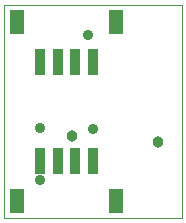
<source format=gts>
G75*
G70*
%OFA0B0*%
%FSLAX24Y24*%
%IPPOS*%
%LPD*%
%AMOC8*
5,1,8,0,0,1.08239X$1,22.5*
%
%ADD10C,0.0000*%
%ADD11R,0.0356X0.0867*%
%ADD12R,0.0513X0.0828*%
%ADD13C,0.0350*%
%ADD14C,0.0380*%
D10*
X006148Y000333D02*
X006148Y007419D01*
X012054Y007419D01*
X012054Y000333D01*
X006148Y000333D01*
D11*
X007329Y002222D03*
X007920Y002222D03*
X008510Y002222D03*
X009101Y002222D03*
X009101Y005529D03*
X008510Y005529D03*
X007920Y005529D03*
X007329Y005529D03*
D12*
X006561Y006848D03*
X009869Y006848D03*
X009869Y000903D03*
X006561Y000903D03*
D13*
X007329Y001592D03*
X007329Y003325D03*
X009101Y003285D03*
X008943Y006435D03*
D14*
X008392Y003049D03*
X011266Y002872D03*
M02*

</source>
